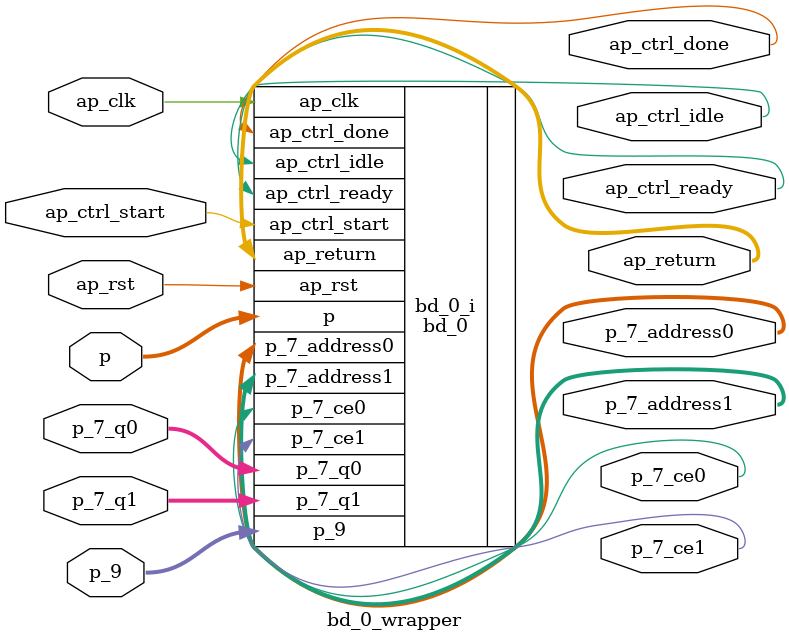
<source format=v>
`timescale 1 ps / 1 ps

module bd_0_wrapper
   (ap_clk,
    ap_ctrl_done,
    ap_ctrl_idle,
    ap_ctrl_ready,
    ap_ctrl_start,
    ap_return,
    ap_rst,
    p,
    p_7_address0,
    p_7_address1,
    p_7_ce0,
    p_7_ce1,
    p_7_q0,
    p_7_q1,
    p_9);
  input ap_clk;
  output ap_ctrl_done;
  output ap_ctrl_idle;
  output ap_ctrl_ready;
  input ap_ctrl_start;
  output [63:0]ap_return;
  input ap_rst;
  input [63:0]p;
  output [3:0]p_7_address0;
  output [3:0]p_7_address1;
  output p_7_ce0;
  output p_7_ce1;
  input [63:0]p_7_q0;
  input [63:0]p_7_q1;
  input [31:0]p_9;

  wire ap_clk;
  wire ap_ctrl_done;
  wire ap_ctrl_idle;
  wire ap_ctrl_ready;
  wire ap_ctrl_start;
  wire [63:0]ap_return;
  wire ap_rst;
  wire [63:0]p;
  wire [3:0]p_7_address0;
  wire [3:0]p_7_address1;
  wire p_7_ce0;
  wire p_7_ce1;
  wire [63:0]p_7_q0;
  wire [63:0]p_7_q1;
  wire [31:0]p_9;

  bd_0 bd_0_i
       (.ap_clk(ap_clk),
        .ap_ctrl_done(ap_ctrl_done),
        .ap_ctrl_idle(ap_ctrl_idle),
        .ap_ctrl_ready(ap_ctrl_ready),
        .ap_ctrl_start(ap_ctrl_start),
        .ap_return(ap_return),
        .ap_rst(ap_rst),
        .p(p),
        .p_7_address0(p_7_address0),
        .p_7_address1(p_7_address1),
        .p_7_ce0(p_7_ce0),
        .p_7_ce1(p_7_ce1),
        .p_7_q0(p_7_q0),
        .p_7_q1(p_7_q1),
        .p_9(p_9));
endmodule

</source>
